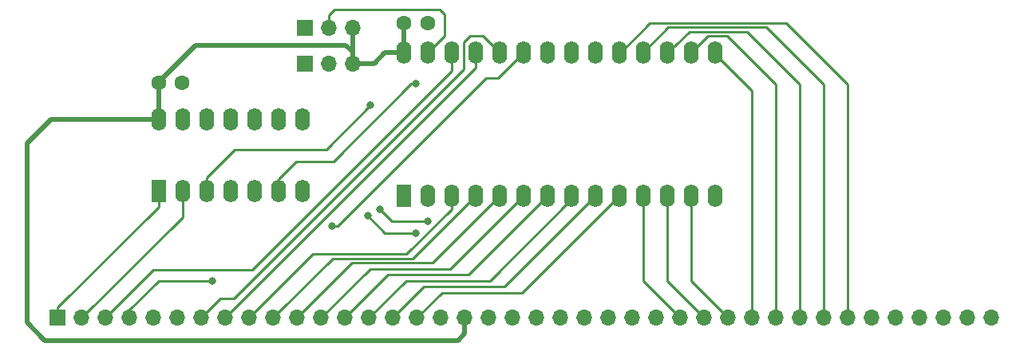
<source format=gbr>
G04 #@! TF.GenerationSoftware,KiCad,Pcbnew,(5.1.2)-2*
G04 #@! TF.CreationDate,2021-09-18T22:43:47+02:00*
G04 #@! TF.ProjectId,aZ80_ROM,615a3830-5f52-44f4-9d2e-6b696361645f,rev?*
G04 #@! TF.SameCoordinates,Original*
G04 #@! TF.FileFunction,Copper,L1,Top*
G04 #@! TF.FilePolarity,Positive*
%FSLAX46Y46*%
G04 Gerber Fmt 4.6, Leading zero omitted, Abs format (unit mm)*
G04 Created by KiCad (PCBNEW (5.1.2)-2) date 2021-09-18 22:43:47*
%MOMM*%
%LPD*%
G04 APERTURE LIST*
%ADD10O,1.600000X2.400000*%
%ADD11R,1.600000X2.400000*%
%ADD12O,1.700000X1.700000*%
%ADD13R,1.700000X1.700000*%
%ADD14C,1.600000*%
%ADD15C,0.800000*%
%ADD16C,0.500000*%
%ADD17C,0.250000*%
G04 APERTURE END LIST*
D10*
X125730000Y-81760000D03*
X158750000Y-97000000D03*
X128270000Y-81760000D03*
X156210000Y-97000000D03*
X130810000Y-81760000D03*
X153670000Y-97000000D03*
X133350000Y-81760000D03*
X151130000Y-97000000D03*
X135890000Y-81760000D03*
X148590000Y-97000000D03*
X138430000Y-81760000D03*
X146050000Y-97000000D03*
X140970000Y-81760000D03*
X143510000Y-97000000D03*
X143510000Y-81760000D03*
X140970000Y-97000000D03*
X146050000Y-81760000D03*
X138430000Y-97000000D03*
X148590000Y-81760000D03*
X135890000Y-97000000D03*
X151130000Y-81760000D03*
X133350000Y-97000000D03*
X153670000Y-81760000D03*
X130810000Y-97000000D03*
X156210000Y-81760000D03*
X128270000Y-97000000D03*
X158750000Y-81760000D03*
D11*
X125730000Y-97000000D03*
D10*
X99695000Y-88880000D03*
X114935000Y-96500000D03*
X102235000Y-88880000D03*
X112395000Y-96500000D03*
X104775000Y-88880000D03*
X109855000Y-96500000D03*
X107315000Y-88880000D03*
X107315000Y-96500000D03*
X109855000Y-88880000D03*
X104775000Y-96500000D03*
X112395000Y-88880000D03*
X102235000Y-96500000D03*
X114935000Y-88880000D03*
D11*
X99695000Y-96500000D03*
D12*
X120275000Y-79121000D03*
X117735000Y-79121000D03*
D13*
X115195000Y-79121000D03*
D12*
X120275000Y-82931000D03*
X117735000Y-82931000D03*
D13*
X115195000Y-82931000D03*
D14*
X128230000Y-78613000D03*
X125730000Y-78613000D03*
X102195000Y-85000000D03*
X99695000Y-85000000D03*
D12*
X188060000Y-110000000D03*
X185520000Y-110000000D03*
X182980000Y-110000000D03*
X180440000Y-110000000D03*
X177900000Y-110000000D03*
X175360000Y-110000000D03*
X172820000Y-110000000D03*
X170280000Y-110000000D03*
X167740000Y-110000000D03*
X165200000Y-110000000D03*
X162660000Y-110000000D03*
X160120000Y-110000000D03*
X157580000Y-110000000D03*
X155040000Y-110000000D03*
X152500000Y-110000000D03*
X149960000Y-110000000D03*
X147420000Y-110000000D03*
X144880000Y-110000000D03*
X142340000Y-110000000D03*
X139800000Y-110000000D03*
X137260000Y-110000000D03*
X134720000Y-110000000D03*
X132180000Y-110000000D03*
X129640000Y-110000000D03*
X127100000Y-110000000D03*
X124560000Y-110000000D03*
X122020000Y-110000000D03*
X119480000Y-110000000D03*
X116940000Y-110000000D03*
X114400000Y-110000000D03*
X111860000Y-110000000D03*
X109320000Y-110000000D03*
X106780000Y-110000000D03*
X104240000Y-110000000D03*
X101700000Y-110000000D03*
X99160000Y-110000000D03*
X96620000Y-110000000D03*
X94080000Y-110000000D03*
X91540000Y-110000000D03*
D13*
X89000000Y-110000000D03*
D15*
X118110000Y-100240000D03*
X105410000Y-106045000D03*
X123190000Y-98425000D03*
X128270000Y-99695000D03*
X121920000Y-99150000D03*
X127000000Y-100965000D03*
X127000000Y-85090000D03*
X122174000Y-87376000D03*
D16*
X182980000Y-109450000D02*
X182980000Y-110000000D01*
D17*
X148745000Y-81760000D02*
X148590000Y-81760000D01*
X151845028Y-78659972D02*
X148745000Y-81760000D01*
X166289972Y-78659972D02*
X151845028Y-78659972D01*
X172820000Y-110000000D02*
X172820000Y-85190000D01*
X172820000Y-85190000D02*
X166289972Y-78659972D01*
X153780018Y-79109982D02*
X164199982Y-79109982D01*
X151130000Y-81760000D02*
X153780018Y-79109982D01*
X170280000Y-85190000D02*
X170280000Y-110000000D01*
X164199982Y-79109982D02*
X170280000Y-85190000D01*
X156025009Y-79559991D02*
X162109991Y-79559991D01*
X154624999Y-80960001D02*
X156025009Y-79559991D01*
X167740000Y-85190000D02*
X167740000Y-110000000D01*
X162109991Y-79559991D02*
X167740000Y-85190000D01*
X154624999Y-80960001D02*
X154599496Y-80960001D01*
X154599496Y-80960001D02*
X154432000Y-81127497D01*
X154302503Y-81127497D02*
X153670000Y-81760000D01*
X154432000Y-81127497D02*
X154302503Y-81127497D01*
X156210000Y-81760000D02*
X157960000Y-80010000D01*
X157960000Y-80010000D02*
X160020000Y-80010000D01*
X165200000Y-85190000D02*
X165200000Y-110000000D01*
X160020000Y-80010000D02*
X165200000Y-85190000D01*
X158750000Y-81915000D02*
X158750000Y-81760000D01*
X162660000Y-110000000D02*
X162660000Y-85825000D01*
X162660000Y-85825000D02*
X158750000Y-81915000D01*
X156210000Y-106090000D02*
X160120000Y-110000000D01*
X156210000Y-97000000D02*
X156210000Y-106090000D01*
X153670000Y-106090000D02*
X157580000Y-110000000D01*
X153670000Y-97000000D02*
X153670000Y-106090000D01*
X151130000Y-106090000D02*
X155040000Y-110000000D01*
X151130000Y-97000000D02*
X151130000Y-106090000D01*
D16*
X99695000Y-85000000D02*
X99695000Y-88880000D01*
X88285000Y-88880000D02*
X99695000Y-88880000D01*
X132180000Y-111660000D02*
X131445000Y-112395000D01*
X132180000Y-110000000D02*
X132180000Y-111660000D01*
X131445000Y-112395000D02*
X87630000Y-112395000D01*
X87630000Y-112395000D02*
X85725000Y-110490000D01*
X85725000Y-110490000D02*
X85725000Y-91440000D01*
X85725000Y-91440000D02*
X88285000Y-88880000D01*
X120275000Y-82931000D02*
X120275000Y-79121000D01*
X123726000Y-81760000D02*
X125730000Y-81760000D01*
X120275000Y-82931000D02*
X122555000Y-82931000D01*
X122555000Y-82931000D02*
X123726000Y-81760000D01*
X120275000Y-81728919D02*
X119572081Y-81026000D01*
X120275000Y-82931000D02*
X120275000Y-81728919D01*
X103669000Y-81026000D02*
X100348500Y-84346500D01*
X119572081Y-81026000D02*
X103669000Y-81026000D01*
X102145000Y-82550000D02*
X100348500Y-84346500D01*
X100348500Y-84346500D02*
X99695000Y-85000000D01*
X125730000Y-79502000D02*
X125730000Y-78613000D01*
X125730000Y-79502000D02*
X125730000Y-79000000D01*
X125730000Y-81760000D02*
X125730000Y-79502000D01*
D17*
X148590000Y-97000000D02*
X138275000Y-107315000D01*
X129785000Y-107315000D02*
X127100000Y-110000000D01*
X138275000Y-107315000D02*
X129785000Y-107315000D01*
X146050000Y-97000000D02*
X136370000Y-106680000D01*
X127880000Y-106680000D02*
X124560000Y-110000000D01*
X136370000Y-106680000D02*
X127880000Y-106680000D01*
X143510000Y-97400000D02*
X143510000Y-97000000D01*
X134865000Y-106045000D02*
X143510000Y-97400000D01*
X125975000Y-106045000D02*
X134865000Y-106045000D01*
X122020000Y-110000000D02*
X125975000Y-106045000D01*
X140970000Y-97000000D02*
X132560000Y-105410000D01*
X124070000Y-105410000D02*
X119480000Y-110000000D01*
X132560000Y-105410000D02*
X124070000Y-105410000D01*
X138430000Y-97000000D02*
X130655000Y-104775000D01*
X122165000Y-104775000D02*
X116940000Y-110000000D01*
X130655000Y-104775000D02*
X122165000Y-104775000D01*
X135890000Y-97000000D02*
X128750000Y-104140000D01*
X120260000Y-104140000D02*
X114400000Y-110000000D01*
X128750000Y-104140000D02*
X120260000Y-104140000D01*
X112709999Y-109150001D02*
X111860000Y-110000000D01*
X118170010Y-103689990D02*
X112709999Y-109150001D01*
X126660010Y-103689990D02*
X118170010Y-103689990D01*
X133350000Y-97000000D02*
X126660010Y-103689990D01*
X130810000Y-98425000D02*
X130810000Y-97000000D01*
X125995020Y-103239980D02*
X130810000Y-98425000D01*
X109320000Y-110000000D02*
X116080020Y-103239980D01*
X116080020Y-103239980D02*
X125995020Y-103239980D01*
X133350000Y-83430000D02*
X106780000Y-110000000D01*
X133350000Y-81760000D02*
X133350000Y-83430000D01*
X134140000Y-80010000D02*
X132715000Y-80010000D01*
X135890000Y-81760000D02*
X134140000Y-80010000D01*
X132715000Y-80010000D02*
X132080000Y-80645000D01*
X132080000Y-83566000D02*
X132080000Y-82677000D01*
X107696000Y-107950000D02*
X132080000Y-83566000D01*
X106290000Y-107950000D02*
X107696000Y-107950000D01*
X104240000Y-110000000D02*
X106290000Y-107950000D01*
X132080000Y-80645000D02*
X132080000Y-82677000D01*
X132080000Y-82677000D02*
X132080000Y-82804000D01*
X118200000Y-100330000D02*
X118110000Y-100240000D01*
X118675685Y-100240000D02*
X134460685Y-84455000D01*
X118110000Y-100240000D02*
X118675685Y-100240000D01*
X135735000Y-84455000D02*
X138430000Y-81760000D01*
X134460685Y-84455000D02*
X135735000Y-84455000D01*
X96620000Y-109320000D02*
X96620000Y-110000000D01*
X96520000Y-109220000D02*
X96620000Y-109320000D01*
X105410000Y-106045000D02*
X99695000Y-106045000D01*
X99695000Y-106045000D02*
X96520000Y-109220000D01*
X124460000Y-99695000D02*
X128270000Y-99695000D01*
X123190000Y-98425000D02*
X124460000Y-99695000D01*
X123735000Y-100965000D02*
X127000000Y-100965000D01*
X121920000Y-99150000D02*
X123735000Y-100965000D01*
X112395000Y-96100000D02*
X112395000Y-96500000D01*
X112395000Y-95250000D02*
X112395000Y-96100000D01*
X114300000Y-93345000D02*
X112395000Y-95250000D01*
X118237000Y-93345000D02*
X114300000Y-93345000D01*
X118237000Y-93345000D02*
X126492000Y-85090000D01*
X126492000Y-85090000D02*
X127000000Y-85090000D01*
X102235000Y-99305000D02*
X102235000Y-96500000D01*
X91540000Y-110000000D02*
X102235000Y-99305000D01*
X89000000Y-108900000D02*
X99695000Y-98205000D01*
X89000000Y-110000000D02*
X89000000Y-108900000D01*
X99695000Y-98205000D02*
X99695000Y-97790000D01*
X99695000Y-97790000D02*
X99695000Y-96500000D01*
X117735000Y-79121000D02*
X117735000Y-77918919D01*
X117735000Y-77845000D02*
X117735000Y-79121000D01*
X118364000Y-77216000D02*
X117735000Y-77845000D01*
X129540000Y-77216000D02*
X118364000Y-77216000D01*
X130048000Y-77724000D02*
X129540000Y-77216000D01*
X128270000Y-81760000D02*
X130048000Y-79982000D01*
X130048000Y-79982000D02*
X130048000Y-77724000D01*
X104775000Y-95050000D02*
X107750000Y-92075000D01*
X104775000Y-96500000D02*
X104775000Y-95050000D01*
X107750000Y-92075000D02*
X117475000Y-92075000D01*
X122174000Y-87376000D02*
X117475000Y-92075000D01*
X99178000Y-104902000D02*
X94080000Y-110000000D01*
X109601000Y-104902000D02*
X99178000Y-104902000D01*
X130810000Y-81760000D02*
X130810000Y-83693000D01*
X130810000Y-83693000D02*
X109601000Y-104902000D01*
M02*

</source>
